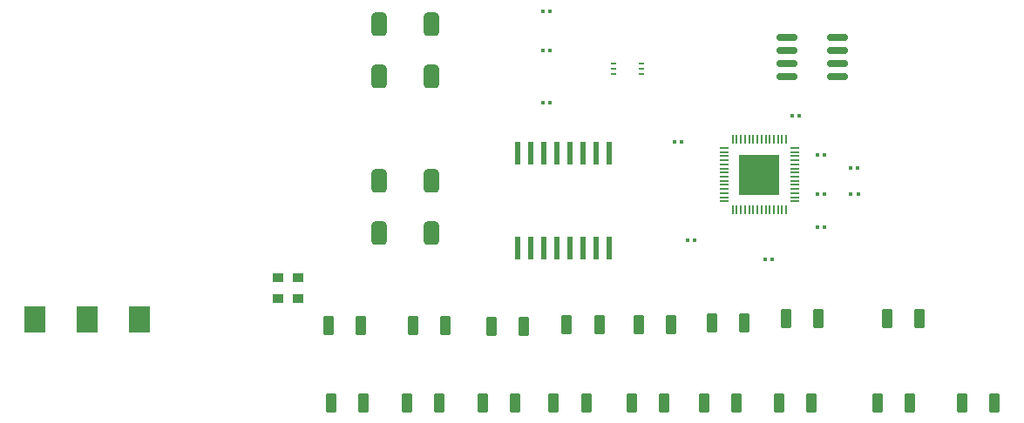
<source format=gbr>
%TF.GenerationSoftware,KiCad,Pcbnew,7.0.7*%
%TF.CreationDate,2024-06-03T23:51:36+07:00*%
%TF.ProjectId,Final Project_Group 4_Electronic Circuit 2,46696e61-6c20-4507-926f-6a6563745f47,rev?*%
%TF.SameCoordinates,Original*%
%TF.FileFunction,Paste,Top*%
%TF.FilePolarity,Positive*%
%FSLAX46Y46*%
G04 Gerber Fmt 4.6, Leading zero omitted, Abs format (unit mm)*
G04 Created by KiCad (PCBNEW 7.0.7) date 2024-06-03 23:51:36*
%MOMM*%
%LPD*%
G01*
G04 APERTURE LIST*
G04 Aperture macros list*
%AMRoundRect*
0 Rectangle with rounded corners*
0 $1 Rounding radius*
0 $2 $3 $4 $5 $6 $7 $8 $9 X,Y pos of 4 corners*
0 Add a 4 corners polygon primitive as box body*
4,1,4,$2,$3,$4,$5,$6,$7,$8,$9,$2,$3,0*
0 Add four circle primitives for the rounded corners*
1,1,$1+$1,$2,$3*
1,1,$1+$1,$4,$5*
1,1,$1+$1,$6,$7*
1,1,$1+$1,$8,$9*
0 Add four rect primitives between the rounded corners*
20,1,$1+$1,$2,$3,$4,$5,0*
20,1,$1+$1,$4,$5,$6,$7,0*
20,1,$1+$1,$6,$7,$8,$9,0*
20,1,$1+$1,$8,$9,$2,$3,0*%
G04 Aperture macros list end*
%ADD10R,0.809800X0.220000*%
%ADD11R,0.220000X0.809800*%
%ADD12R,4.000000X4.000000*%
%ADD13RoundRect,0.250000X-0.275000X-0.700000X0.275000X-0.700000X0.275000X0.700000X-0.275000X0.700000X0*%
%ADD14RoundRect,0.079500X-0.079500X-0.100500X0.079500X-0.100500X0.079500X0.100500X-0.079500X0.100500X0*%
%ADD15R,1.000000X0.900000*%
%ADD16R,0.600000X2.200000*%
%ADD17RoundRect,0.150000X-0.825000X-0.150000X0.825000X-0.150000X0.825000X0.150000X-0.825000X0.150000X0*%
%ADD18RoundRect,0.381000X0.381000X-0.762000X0.381000X0.762000X-0.381000X0.762000X-0.381000X-0.762000X0*%
%ADD19R,2.030000X2.540000*%
%ADD20R,0.550000X0.250000*%
G04 APERTURE END LIST*
D10*
%TO.C,U1*%
X141334900Y-105985000D03*
X141334900Y-106385000D03*
X141334900Y-106785000D03*
X141334900Y-107185000D03*
X141334900Y-107585000D03*
X141334900Y-107985000D03*
X141334900Y-108385000D03*
X141334900Y-108785000D03*
X141334900Y-109185000D03*
X141334900Y-109585000D03*
X141334900Y-109985000D03*
X141334900Y-110385000D03*
X141334900Y-110785000D03*
X141334900Y-111185000D03*
D11*
X142180000Y-112030100D03*
X142580000Y-112030100D03*
X142980000Y-112030100D03*
X143380000Y-112030100D03*
X143780000Y-112030100D03*
X144180000Y-112030100D03*
X144580000Y-112030100D03*
X144980000Y-112030100D03*
X145380000Y-112030100D03*
X145780000Y-112030100D03*
X146180000Y-112030100D03*
X146580000Y-112030100D03*
X146980000Y-112030100D03*
X147380000Y-112030100D03*
D10*
X148225100Y-111185000D03*
X148225100Y-110785000D03*
X148225100Y-110385000D03*
X148225100Y-109985000D03*
X148225100Y-109585000D03*
X148225100Y-109185000D03*
X148225100Y-108785000D03*
X148225100Y-108385000D03*
X148225100Y-107985000D03*
X148225100Y-107585000D03*
X148225100Y-107185000D03*
X148225100Y-106785000D03*
X148225100Y-106385000D03*
X148225100Y-105985000D03*
D11*
X147380000Y-105139900D03*
X146980000Y-105139900D03*
X146580000Y-105139900D03*
X146180000Y-105139900D03*
X145780000Y-105139900D03*
X145380000Y-105139900D03*
X144980000Y-105139900D03*
X144580000Y-105139900D03*
X144180000Y-105139900D03*
X143780000Y-105139900D03*
X143380000Y-105139900D03*
X142980000Y-105139900D03*
X142580000Y-105139900D03*
X142180000Y-105139900D03*
D12*
X144780000Y-108585000D03*
%TD*%
D13*
%TO.C,C12*%
X110525000Y-130810000D03*
X113675000Y-130810000D03*
%TD*%
D14*
%TO.C,R9*%
X147930000Y-102870000D03*
X148620000Y-102870000D03*
%TD*%
D13*
%TO.C,C6*%
X102903000Y-123232000D03*
X106053000Y-123232000D03*
%TD*%
D15*
%TO.C,Y1*%
X98040000Y-118560000D03*
X98040000Y-120660000D03*
X99940000Y-120660000D03*
X99940000Y-118560000D03*
%TD*%
D13*
%TO.C,C7*%
X147345000Y-122555000D03*
X150495000Y-122555000D03*
%TD*%
%TO.C,C16*%
X133045000Y-123190000D03*
X136195000Y-123190000D03*
%TD*%
D14*
%TO.C,ResistorDHT22*%
X123770000Y-96520000D03*
X124460000Y-96520000D03*
%TD*%
%TO.C,R7*%
X150440000Y-113665000D03*
X151130000Y-113665000D03*
%TD*%
D13*
%TO.C,C9*%
X126060000Y-123190000D03*
X129210000Y-123190000D03*
%TD*%
D16*
%TO.C,IC1*%
X121285000Y-115725000D03*
X122555000Y-115725000D03*
X123825000Y-115725000D03*
X125095000Y-115725000D03*
X126365000Y-115725000D03*
X127635000Y-115725000D03*
X128905000Y-115725000D03*
X130175000Y-115725000D03*
X130175000Y-106525000D03*
X128905000Y-106525000D03*
X127635000Y-106525000D03*
X126365000Y-106525000D03*
X125095000Y-106525000D03*
X123825000Y-106525000D03*
X122555000Y-106525000D03*
X121285000Y-106525000D03*
%TD*%
D13*
%TO.C,C2*%
X124790000Y-130810000D03*
X127940000Y-130810000D03*
%TD*%
D14*
%TO.C,R6*%
X153670000Y-110490000D03*
X154360000Y-110490000D03*
%TD*%
D13*
%TO.C,C3*%
X118725500Y-123319500D03*
X121875500Y-123319500D03*
%TD*%
%TO.C,C14*%
X157175000Y-122555000D03*
X160325000Y-122555000D03*
%TD*%
%TO.C,C11*%
X156239500Y-130810000D03*
X159389500Y-130810000D03*
%TD*%
%TO.C,C15*%
X139395000Y-130810000D03*
X142545000Y-130810000D03*
%TD*%
%TO.C,C1*%
X140139000Y-122994000D03*
X143289000Y-122994000D03*
%TD*%
D14*
%TO.C,R3*%
X145360000Y-116840000D03*
X146050000Y-116840000D03*
%TD*%
D13*
%TO.C,C8*%
X132375000Y-130810000D03*
X135525000Y-130810000D03*
%TD*%
%TO.C,C13*%
X111118000Y-123293000D03*
X114268000Y-123293000D03*
%TD*%
D14*
%TO.C,R4*%
X153640000Y-107950000D03*
X154330000Y-107950000D03*
%TD*%
D13*
%TO.C,L2*%
X117875000Y-130810000D03*
X121025000Y-130810000D03*
%TD*%
D17*
%TO.C,U4*%
X147450000Y-95250000D03*
X147450000Y-96520000D03*
X147450000Y-97790000D03*
X147450000Y-99060000D03*
X152400000Y-99060000D03*
X152400000Y-97790000D03*
X152400000Y-96520000D03*
X152400000Y-95250000D03*
%TD*%
D18*
%TO.C,M1*%
X112930000Y-114300000D03*
X112930000Y-109220000D03*
X112930000Y-99060000D03*
X112930000Y-93980000D03*
X107850000Y-114300000D03*
X107850000Y-109220000D03*
X107850000Y-99060000D03*
X107850000Y-93980000D03*
%TD*%
D14*
%TO.C,C10*%
X137795000Y-114935000D03*
X138485000Y-114935000D03*
%TD*%
%TO.C,R1*%
X123770000Y-92710000D03*
X124460000Y-92710000D03*
%TD*%
%TO.C,R10*%
X136500000Y-105410000D03*
X137190000Y-105410000D03*
%TD*%
D13*
%TO.C,C5*%
X103175000Y-130810000D03*
X106325000Y-130810000D03*
%TD*%
D19*
%TO.C,E1*%
X74385000Y-122680000D03*
X79465000Y-122680000D03*
X84545000Y-122680000D03*
%TD*%
D13*
%TO.C,L1*%
X164490000Y-130810000D03*
X167640000Y-130810000D03*
%TD*%
D14*
%TO.C,R8*%
X150440000Y-110490000D03*
X151130000Y-110490000D03*
%TD*%
D20*
%TO.C,U3*%
X130600000Y-97790000D03*
X130600000Y-98290000D03*
X130600000Y-98790000D03*
X133350000Y-98790000D03*
X133350000Y-98290000D03*
X133350000Y-97790000D03*
%TD*%
D14*
%TO.C,R5*%
X150440000Y-106680000D03*
X151130000Y-106680000D03*
%TD*%
D13*
%TO.C,C4*%
X146678500Y-130803500D03*
X149828500Y-130803500D03*
%TD*%
D14*
%TO.C,R2*%
X123770000Y-101600000D03*
X124460000Y-101600000D03*
%TD*%
M02*

</source>
